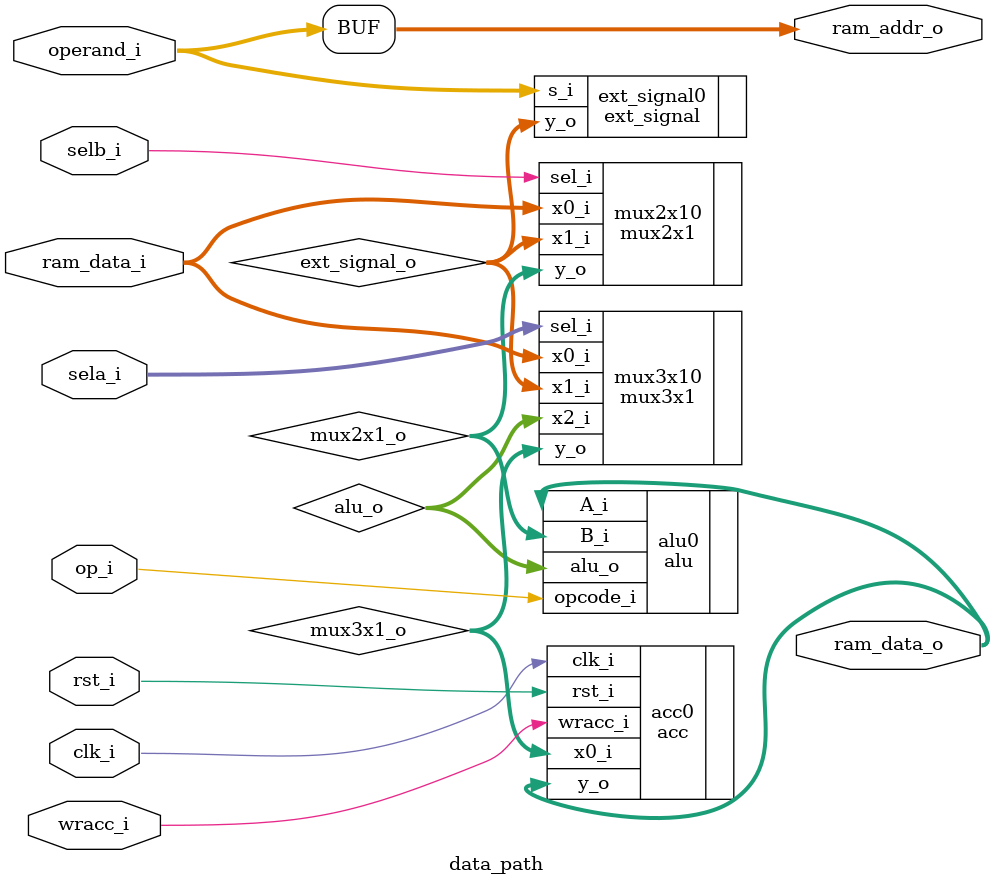
<source format=sv>
module data_path (
    clk_i,
    rst_i,
    ram_data_i,
    ram_data_o,
    ram_addr_o,
    sela_i,
	selb_i,
	wracc_i,
	op_i,
	operand_i
);

    input logic wracc_i, op_i, selb_i, clk_i, rst_i;
	input logic [1:0] sela_i;
	input logic [10:0] operand_i;
    input logic [15:0] ram_data_i;
    output logic [15:0] ram_data_o;
    output logic [10:0] ram_addr_o; 

    logic [15:0] ext_signal_o, mux2x1_o, mux3x1_o, acc_o, alu_o;

    assign ram_addr_o = operand_i;

    ext_signal ext_signal0 (.s_i(operand_i), .y_o(ext_signal_o));
    mux2x1 mux2x10 (.x0_i(ram_data_i), .x1_i(ext_signal_o), .sel_i(selb_i), .y_o(mux2x1_o));
    mux3x1 mux3x10 (.x0_i(ram_data_i), .x1_i(ext_signal_o), .x2_i(alu_o), .sel_i(sela_i), .y_o(mux3x1_o));
    acc acc0 (.rst_i(rst_i), .x0_i(mux3x1_o), .clk_i(clk_i), .wracc_i(wracc_i), .y_o(ram_data_o));
    alu alu0 (.A_i(ram_data_o), .B_i(mux2x1_o), .opcode_i(op_i), .alu_o(alu_o));

endmodule:data_path
</source>
